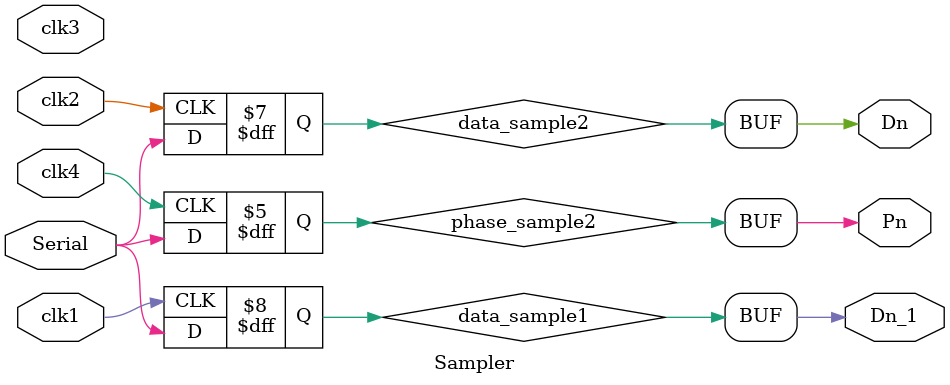
<source format=v>
module Sampler (
    input wire Serial,        // Input serial data
    input wire clk1,          // Clock for data sampling (stage 1, earlier clk)
    input wire clk2,          // Clock for data sampling (stage 2, late clk)
    input wire clk3,          // Clock for phase sampling (stage 1 ,earlier clk)
    input wire clk4,          // Clock for phase sampling (stage 2, late clk)
    output wire Dn_1,          // previous data sample
    output wire Dn,            // current data sample
    output wire Pn             // current phase sample
);

    // Internal signals
    reg data_sample1, data_sample2;
    reg phase_sample1, phase_sample2;

    // Data sampling
    always @(posedge clk1) begin
        data_sample1 <= Serial;
    end

    always @(posedge clk2) begin
        data_sample2 <= Serial;
    end

    // Phase sampling
    always @(posedge clk3) begin
        phase_sample1 <= Serial;
    end

    always @(posedge clk4) begin
        phase_sample2 <= Serial;
    end

    assign Dn_1 = data_sample1;
    assign Dn = data_sample2;
    assign Pn = phase_sample2;
endmodule

</source>
